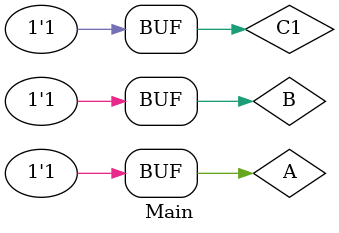
<source format=v>
`timescale 1ns / 1ps


module Main;

	// Inputs
	reg A;
	reg B;
	reg C1;

	// Outputs
	wire C2;
	wire F;

	// Instantiate the Unit Under Test (UUT)
	FAdd uut (
		.A(A), 
		.B(B), 
		.C1(C1), 
		.C2(C2), 
		.F(F)
	);

	initial begin
		// Initialize Inputs
		A = 0;
		B = 0;
		C1 = 0;

		// Wait 100 ns for global reset to finish
		#100;
        
		// Simulations
		A = 0;
		B = 0;
		C1 = 0;
		#100;
		
		A = 0;
		B = 0;
		C1 = 1;
		#100;
		
		A = 0;
		B = 1;
		C1 = 0;
		#100;
		
		A = 0;
		B = 1;
		C1 = 1;
		#100;
		
		A = 1;
		B = 0;
		C1 = 0;
		#100;
		
		A = 1;
		B = 0;
		C1 = 1;
		#100;
		
		A = 1;
		B = 1;
		C1 = 0;
		#100;
		
		A = 1;
		B = 1;
		C1 = 1;
		#100;

	end
      
endmodule


</source>
